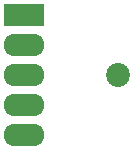
<source format=gbs>
G04 #@! TF.FileFunction,Soldermask,Bot*
%FSLAX46Y46*%
G04 Gerber Fmt 4.6, Leading zero omitted, Abs format (unit mm)*
G04 Created by KiCad (PCBNEW 4.0.1-stable) date 2017/04/29 17:49:22*
%MOMM*%
G01*
G04 APERTURE LIST*
%ADD10C,0.050000*%
%ADD11R,3.448000X1.924000*%
%ADD12O,3.448000X1.924000*%
%ADD13C,2.025000*%
G04 APERTURE END LIST*
D10*
D11*
X142000000Y-102420000D03*
D12*
X142000000Y-104960000D03*
X142000000Y-107500000D03*
X142000000Y-110040000D03*
X142000000Y-112580000D03*
D13*
X150000000Y-107500000D03*
M02*

</source>
